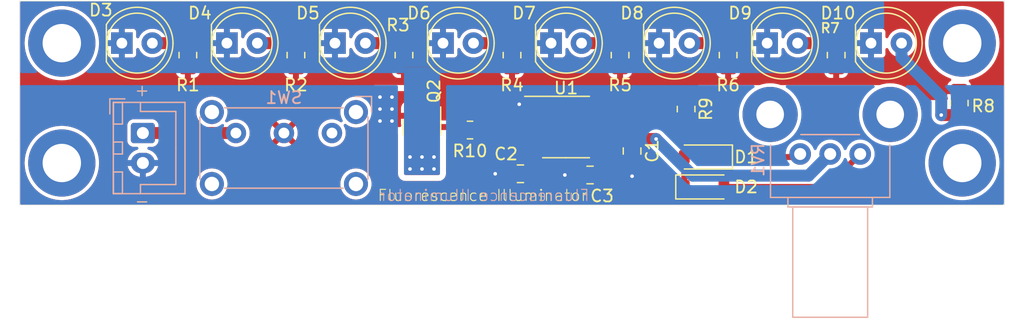
<source format=kicad_pcb>
(kicad_pcb (version 20221018) (generator pcbnew)

  (general
    (thickness 1.6)
  )

  (paper "A4")
  (layers
    (0 "F.Cu" signal)
    (31 "B.Cu" signal)
    (32 "B.Adhes" user "B.Adhesive")
    (33 "F.Adhes" user "F.Adhesive")
    (34 "B.Paste" user)
    (35 "F.Paste" user)
    (36 "B.SilkS" user "B.Silkscreen")
    (37 "F.SilkS" user "F.Silkscreen")
    (38 "B.Mask" user)
    (39 "F.Mask" user)
    (40 "Dwgs.User" user "User.Drawings")
    (41 "Cmts.User" user "User.Comments")
    (42 "Eco1.User" user "User.Eco1")
    (43 "Eco2.User" user "User.Eco2")
    (44 "Edge.Cuts" user)
    (45 "Margin" user)
    (46 "B.CrtYd" user "B.Courtyard")
    (47 "F.CrtYd" user "F.Courtyard")
    (48 "B.Fab" user)
    (49 "F.Fab" user)
    (50 "User.1" user)
    (51 "User.2" user)
    (52 "User.3" user)
    (53 "User.4" user)
    (54 "User.5" user)
    (55 "User.6" user)
    (56 "User.7" user)
    (57 "User.8" user)
    (58 "User.9" user)
  )

  (setup
    (pad_to_mask_clearance 0)
    (aux_axis_origin 107.5 83)
    (grid_origin 107.5 83)
    (pcbplotparams
      (layerselection 0x00010fc_ffffffff)
      (plot_on_all_layers_selection 0x0000000_00000000)
      (disableapertmacros false)
      (usegerberextensions false)
      (usegerberattributes true)
      (usegerberadvancedattributes true)
      (creategerberjobfile true)
      (dashed_line_dash_ratio 12.000000)
      (dashed_line_gap_ratio 3.000000)
      (svgprecision 4)
      (plotframeref false)
      (viasonmask false)
      (mode 1)
      (useauxorigin false)
      (hpglpennumber 1)
      (hpglpenspeed 20)
      (hpglpendiameter 15.000000)
      (dxfpolygonmode true)
      (dxfimperialunits true)
      (dxfusepcbnewfont true)
      (psnegative false)
      (psa4output false)
      (plotreference true)
      (plotvalue true)
      (plotinvisibletext false)
      (sketchpadsonfab false)
      (subtractmaskfromsilk false)
      (outputformat 1)
      (mirror false)
      (drillshape 1)
      (scaleselection 1)
      (outputdirectory "")
    )
  )

  (net 0 "")
  (net 1 "Net-(U1-THR)")
  (net 2 "GND")
  (net 3 "VCC")
  (net 4 "Net-(U1-CV)")
  (net 5 "Net-(D1-K)")
  (net 6 "Net-(D1-A)")
  (net 7 "Net-(D2-A)")
  (net 8 "Net-(D10-K)")
  (net 9 "Net-(D3-A)")
  (net 10 "Net-(D4-A)")
  (net 11 "Net-(D5-A)")
  (net 12 "Net-(D6-A)")
  (net 13 "Net-(D7-A)")
  (net 14 "Net-(D8-A)")
  (net 15 "Net-(D9-A)")
  (net 16 "Net-(D10-A)")
  (net 17 "Net-(J1-Pin_1)")
  (net 18 "Net-(Q2-G)")
  (net 19 "Net-(U1-Q)")
  (net 20 "unconnected-(SW1-A-Pad1)")

  (footprint "MountingHole:MountingHole_3.2mm_M3_DIN965_Pad" (layer "F.Cu") (at 111 96.5))

  (footprint "LED_THT:LED_D5.0mm" (layer "F.Cu") (at 133.75 86.5))

  (footprint "Resistor_SMD:R_0805_2012Metric_Pad1.20x1.40mm_HandSolder" (layer "F.Cu") (at 148.5 87.5 90))

  (footprint "Resistor_SMD:R_0805_2012Metric_Pad1.20x1.40mm_HandSolder" (layer "F.Cu") (at 175.5 87.5 90))

  (footprint "MountingHole:MountingHole_3.2mm_M3_DIN965_Pad" (layer "F.Cu") (at 111 86.5))

  (footprint "LED_THT:LED_D5.0mm" (layer "F.Cu") (at 151.75 86.5))

  (footprint "Capacitor_SMD:C_0805_2012Metric_Pad1.18x1.45mm_HandSolder" (layer "F.Cu") (at 155 97.5 180))

  (footprint "LED_THT:LED_D5.0mm" (layer "F.Cu") (at 169.75 86.5))

  (footprint "LED_THT:LED_D5.0mm" (layer "F.Cu") (at 178.4 86.5))

  (footprint "Resistor_SMD:R_0805_2012Metric_Pad1.20x1.40mm_HandSolder" (layer "F.Cu") (at 163 92 -90))

  (footprint "Resistor_SMD:R_0805_2012Metric_Pad1.20x1.40mm_HandSolder" (layer "F.Cu") (at 130.5 87.5 90))

  (footprint "MountingHole:MountingHole_3.2mm_M3_DIN965_Pad" (layer "F.Cu") (at 186 96.5))

  (footprint "Resistor_SMD:R_0805_2012Metric_Pad1.20x1.40mm_HandSolder" (layer "F.Cu") (at 157.5 87.5 90))

  (footprint "MountingHole:MountingHole_3.2mm_M3_DIN965_Pad" (layer "F.Cu") (at 186 86.5))

  (footprint "LED_THT:LED_D5.0mm" (layer "F.Cu") (at 160.75 86.5))

  (footprint "Resistor_SMD:R_0805_2012Metric_Pad1.20x1.40mm_HandSolder" (layer "F.Cu") (at 121.5 87.5 90))

  (footprint "Diode_SMD:D_SOD-123" (layer "F.Cu") (at 164.5 98.5))

  (footprint "Diode_SMD:D_SOD-123" (layer "F.Cu") (at 164.5 96 180))

  (footprint "Resistor_SMD:R_0805_2012Metric_Pad1.20x1.40mm_HandSolder" (layer "F.Cu") (at 145 93.75))

  (footprint "Resistor_SMD:R_0805_2012Metric_Pad1.20x1.40mm_HandSolder" (layer "F.Cu") (at 139.5 87.5 90))

  (footprint "Capacitor_SMD:C_0805_2012Metric_Pad1.18x1.45mm_HandSolder" (layer "F.Cu") (at 158.5 95.5 -90))

  (footprint "Package_SO:SOIC-8_3.9x4.9mm_P1.27mm" (layer "F.Cu") (at 153 93.5))

  (footprint "Package_TO_SOT_SMD:SOT-23" (layer "F.Cu") (at 141 93.5 -90))

  (footprint "LED_THT:LED_D5.0mm" (layer "F.Cu") (at 124.75 86.5))

  (footprint "LED_THT:LED_D5.0mm" (layer "F.Cu") (at 116 86.5))

  (footprint "Capacitor_SMD:C_0805_2012Metric_Pad1.18x1.45mm_HandSolder" (layer "F.Cu") (at 149.2 97.4 180))

  (footprint "Resistor_SMD:R_0805_2012Metric_Pad1.20x1.40mm_HandSolder" (layer "F.Cu") (at 185.75 91.5 -90))

  (footprint "Resistor_SMD:R_0805_2012Metric_Pad1.20x1.40mm_HandSolder" (layer "F.Cu") (at 166.5 87.5 90))

  (footprint "LED_THT:LED_D5.0mm" (layer "F.Cu") (at 142.75 86.5))

  (footprint "Potentiometer_THT:Potentiometer_Bourns_PTV09A-2_Single_Horizontal" (layer "B.Cu") (at 177.5 95.75 -90))

  (footprint "Button_Switch_THT:SW_E-Switch_EG1224_SPDT_Angled" (layer "B.Cu") (at 133.5 94 180))

  (footprint "Connector_JST:JST_XH_B2B-XH-A_1x02_P2.50mm_Vertical" (layer "B.Cu") (at 117.75 94 -90))

  (gr_line (start 189.5 83) (end 107.5 83)
    (stroke (width 0.05) (type solid)) (layer "Edge.Cuts") (tstamp 1f801ea1-4cac-4389-af00-76517ed895ca))
  (gr_line (start 107.5 100) (end 189.5 100)
    (stroke (width 0.05) (type default)) (layer "Edge.Cuts") (tstamp 429148a5-d1b2-442c-ba03-ee12c3a66844))
  (gr_line (start 189.5 100) (end 189.5 83)
    (stroke (width 0.05) (type solid)) (layer "Edge.Cuts") (tstamp 70d086bf-ea00-4876-bdc3-95b34c3dcf1c))
  (gr_line (start 107.5 83) (end 107.5 100)
    (stroke (width 0.05) (type solid)) (layer "Edge.Cuts") (tstamp b723ef93-218a-4131-9e41-535d6b160074))
  (gr_text "Fluorescence Illuminator" (at 155 99.75) (layer "B.SilkS") (tstamp 02da229c-3b20-4c6d-af15-48ce541c5c5b)
    (effects (font (size 0.93472 0.93472) (thickness 0.08128)) (justify left bottom mirror))
  )
  (gr_text "+" (at 117 91) (layer "B.SilkS") (tstamp 605e4561-8e16-4e01-bd2f-dcbe11e88096)
    (effects (font (size 1 1) (thickness 0.1)) (justify left bottom))
  )
  (gr_text "-" (at 117 100.25) (layer "B.SilkS") (tstamp c003bf11-1be6-4732-8bc1-bf8ad86f4bd2)
    (effects (font (size 1 1) (thickness 0.1)) (justify left bottom))
  )
  (gr_text "-" (at 117 100.25) (layer "F.SilkS") (tstamp 9e5f24db-5f07-4a98-aa8e-f25e8106c1a4)
    (effects (font (size 1 1) (thickness 0.1)) (justify left bottom))
  )
  (gr_text "+" (at 117 91) (layer "F.SilkS") (tstamp a777173b-090e-4784-a1a2-d62eef304c8a)
    (effects (font (size 1 1) (thickness 0.1)) (justify left bottom))
  )
  (gr_text "Fluorescence Illuminator" (at 137.25 99.75) (layer "F.SilkS") (tstamp ad22985e-6919-40f7-8f80-b2e5a7e2b160)
    (effects (font (size 0.93472 0.93472) (thickness 0.08128)) (justify left bottom))
  )

  (segment (start 158.5375 94.5) (end 158.5 94.4625) (width 1) (layer "F.Cu") (net 1) (tstamp 0de82629-fbc1-49c2-ace2-5e942143527b))
  (segment (start 152.539816 92.865) (end 153.809816 94.135) (width 0.5) (layer "F.Cu") (net 1) (tstamp 2de9adfa-9b42-4c69-953b-4634b4d79f21))
  (segment (start 153.809816 94.135) (end 155.475 94.135) (width 0.5) (layer "F.Cu") (net 1) (tstamp 6f72f2f2-e68a-4340-9e85-ce50e6b1e8c4))
  (segment (start 160.5 94.5) (end 158.5375 94.5) (width 1) (layer "F.Cu") (net 1) (tstamp 86d6a6bf-86f3-4dbe-bc30-ea2cc9325a85))
  (segment (start 155.475 94.135) (end 158.1725 94.135) (width 0.5) (layer "F.Cu") (net 1) (tstamp 8997b556-599d-4d54-9ea5-a121f97d7171))
  (segment (start 158.1725 94.135) (end 158.5 94.4625) (width 0.5) (layer "F.Cu") (net 1) (tstamp 8b7e0f51-87f2-4927-868a-e08ea45cab4d))
  (segment (start 150.525 92.865) (end 152.539816 92.865) (width 0.5) (layer "F.Cu") (net 1) (tstamp e950581d-3572-4ced-b976-b5195cbda373))
  (via (at 160.5 94.5) (size 0.6) (drill 0.3) (layers "F.Cu" "B.Cu") (net 1) (tstamp d0b0adef-d076-47aa-9d95-781abaf20c4f))
  (segment (start 163.5524 97.5524) (end 173.1976 97.5524) (width 1) (layer "B.Cu") (net 1) (tstamp 0cc08a1e-a63e-4974-bcf4-218222c20758))
  (segment (start 163.5524 97.5524) (end 160.5 94.5) (width 1) (layer "B.Cu") (net 1) (tstamp 6427048f-bab5-4e84-bbf6-e67150ca0f54))
  (segment (start 173.1976 97.5524) (end 175 95.75) (width 1) (layer "B.Cu") (net 1) (tstamp 93d0d4db-2d7c-46f2-953c-451f001fb039))
  (segment (start 153.9625 97.5) (end 152.9 97.5) (width 0.5) (layer "F.Cu") (net 2) (tstamp 004b46e7-b2d1-4e3b-b03a-b295e7b5b84d))
  (segment (start 150.525 91.595) (end 149.105 91.595) (width 0.5) (layer "F.Cu") (net 2) (tstamp 1690c2c1-3136-4b6e-8132-353114d38e5c))
  (segment (start 149.105 91.595) (end 149.1 91.6) (width 0.5) (layer "F.Cu") (net 2) (tstamp 24ca23d7-4176-4627-b2e4-b59d9e5e4a71))
  (segment (start 148.1625 97.4) (end 147.1 97.4) (width 0.5) (layer "F.Cu") (net 2) (tstamp 5811a052-fc10-464a-81d0-76b44f1c80a6))
  (segment (start 158.5 97.6) (end 158.5 96.5375) (width 1) (layer "F.Cu") (net 2) (tstamp 633a1229-96b8-4d93-9ccc-311d57108a51))
  (via (at 138.5 92) (size 0.6) (drill 0.3) (layers "F.Cu" "B.Cu") (free) (net 2) (tstamp 0cb6b4f2-a6f1-4616-bf3a-d01c1362c7c7))
  (via (at 137.5 93) (size 0.6) (drill 0.3) (layers "F.Cu" "B.Cu") (free) (net 2) (tstamp 44db7b08-d416-4152-8ec0-948a5fadc4d0))
  (via (at 152.9 97.5) (size 0.6) (drill 0.3) (layers "F.Cu" "B.Cu") (net 2) (tstamp 4fb942a7-205c-4a0c-ad4c-7617457417cb))
  (via (at 149.1 91.6) (size 0.6) (drill 0.3) (layers "F.Cu" "B.Cu") (net 2) (tstamp 79ec8958-e160-4de8-9021-641145bc79a9))
  (via (at 158.5 97.6) (size 0.6) (drill 0.3) (layers "F.Cu" "B.Cu") (net 2) (tstamp 959980a0-7b33-43e1-abe2-e8cf033f7fb4))
  (via (at 138.5 91) (size 0.6) (drill 0.3) (layers "F.Cu" "B.Cu") (free) (net 2) (tstamp b5d49cab-09a5-4368-9cca-bf3d07373541))
  (via (at 137.5 91) (size 0.6) (drill 0.3) (layers "F.Cu" "B.Cu") (free) (net 2) (tstamp b65f5c63-ecd9-48f3-95cc-0e89302b1060))
  (via (at 147.1 97.4) (size 0.6) (drill 0.3) (layers "F.Cu" "B.Cu") (net 2) (tstamp bc0ffc11-c063-48f3-8f15-cec0f12e6840))
  (via (at 137.5 92) (size 0.6) (drill 0.3) (layers "F.Cu" "B.Cu") (free) (net 2) (tstamp e944f883-35f0-4476-8862-a79979aa94f7))
  (via (at 138.5 93) (size 0.6) (drill 0.3) (layers "F.Cu" "B.Cu") (free) (net 2) (tstamp f4d18437-2eea-40e0-84ad-7e0701e9c70b))
  (segment (start 150.525 95.405) (end 150.525 97.1125) (width 0.5) (layer "F.Cu") (net 3) (tstamp b668a46f-2aea-4377-83d6-61a316280477))
  (segment (start 150.525 97.1125) (end 150.2375 97.4) (width 0.5) (layer "F.Cu") (net 3) (tstamp d664bfee-b21c-41cc-b374-01edd9ad3996))
  (segment (start 156.0375 96.5375) (end 156.0375 97.5) (width 0.5) (layer "F.Cu") (net 4) (tstamp 9a7827c0-8a82-4228-86dd-befed1c819d9))
  (segment (start 155.475 95.405) (end 155.475 95.975) (width 0.5) (layer "F.Cu") (net 4) (tstamp afb31bab-3c76-4621-8210-aa3fa4d641ae))
  (segment (start 155.475 95.975) (end 156.0375 96.5375) (width 0.5) (layer "F.Cu") (net 4) (tstamp dc8d1fd1-ec54-4b68-943a-1d13408f8e01))
  (segment (start 166.15 96) (end 172.25 96) (width 0.5) (layer "F.Cu") (net 5) (tstamp 2b7e4774-366e-48d3-9c81-76c097c703b9))
  (segment (start 172.25 96) (end 172.5 95.75) (width 0.5) (layer "F.Cu") (net 5) (tstamp 44519f88-b53d-46dc-8202-b580fa35984a))
  (segment (start 155.475 92.865) (end 162.865 92.865) (width 0.5) (layer "F.Cu") (net 6) (tstamp 21f48c0a-2b55-44d9-b698-3ec64805aa5d))
  (segment (start 162.85 95.75) (end 162.85 93.15) (width 0.5) (layer "F.Cu") (net 6) (tstamp 28654777-fd5e-4581-a789-ac3718ca5e43))
  (segment (start 162.85 96) (end 162.85 98.5) (width 0.5) (layer "F.Cu") (net 6) (tstamp 4b506e13-42d2-408f-9bf0-a10eff461c27))
  (segment (start 162.85 93.15) (end 163 93) (width 0.5) (layer "F.Cu") (net 6) (tstamp d701e687-f6a0-4c59-9957-27f0923fc20b))
  (segment (start 177.75 96) (end 177.75 95.75) (width 1) (layer "F.Cu") (net 7) (tstamp 868a57a5-644d-48bc-b6c6-c4864e074e2b))
  (segment (start 174.75 98.5) (end 177.5 95.75) (width 0.5) (layer "F.Cu") (net 7) (tstamp d38979c4-3fab-46ab-9fb2-dfbeec117d90))
  (segment (start 166.15 98.5) (end 174.75 98.5) (width 0.5) (layer "F.Cu") (net 7) (tstamp d3dde368-c8c5-4503-9505-19a8b17bb18e))
  (via (at 140 96) (size 0.6) (drill 0.3) (layers "F.Cu" "B.Cu") (free) (net 8) (tstamp 3ec430d3-205c-45e4-bc83-97aab6e5788a))
  (via (at 141 97) (size 0.6) (drill 0.3) (layers "F.Cu" "B.Cu") (free) (net 8) (tstamp 427a2c1c-0fd7-4249-8e93-fa1a31957846))
  (via (at 142 96) (size 0.6) (drill 0.3) (layers "F.Cu" "B.Cu") (free) (net 8) (tstamp 524c1f9b-61c4-4352-9b8a-a3862a93faf3))
  (via (at 141 96) (size 0.6) (drill 0.3) (layers "F.Cu" "B.Cu") (free) (net 8) (tstamp 8c93d017-61d6-49e2-973a-d77ba08cf514))
  (via (at 140 97) (size 0.6) (drill 0.3) (layers "F.Cu" "B.Cu") (free) (net 8) (tstamp dd37fb29-69d8-4f34-94d4-55c2ed0a3b5b))
  (via (at 142 97) (size 0.6) (drill 0.3) (layers "F.Cu" "B.Cu") (free) (net 8) (tstamp e0a591ea-b8de-42d4-9b5c-22dceb732dee))
  (segment (start 118.54 86.5) (end 121.5 86.5) (width 1) (layer "F.Cu") (net 9) (tstamp f866f9f3-7f6a-4211-9dd0-e6fde57cf7af))
  (segment (start 127.29 86.5) (end 130.5 86.5) (width 1) (layer "F.Cu") (net 10) (tstamp 2d92b1b2-a316-47ef-8dda-606d605eeb4a))
  (segment (start 136.29 86.5) (end 139.5 86.5) (width 1) (layer "F.Cu") (net 11) (tstamp 4fe0cf91-0741-4f05-9250-69ac79757d3a))
  (segment (start 145.29 86.5) (end 148.5 86.5) (width 1) (layer "F.Cu") (net 12) (tstamp d7a8ce0b-0426-4b7c-aa9f-31715e47d9b6))
  (segment (start 154.29 86.5) (end 157.5 86.5) (width 1) (layer "F.Cu") (net 13) (tstamp 11116180-c990-429c-be5b-8eacd22d1430))
  (segment (start 163.29 86.5) (end 166.5 86.5) (width 1) (layer "F.Cu") (net 14) (tstamp 385442b4-0280-49bd-ae86-fab602056bbb))
  (segment (start 172.29 86.5) (end 175.5 86.5) (width 1) (layer "F.Cu") (net 15) (tstamp 2ddf86ba-bcca-4abf-8160-874ebdde1dd1))
  (segment (start 184.25 92.5) (end 185.75 92.5) (width 1) (layer "F.Cu") (net 16) (tstamp 2362bd2b-55f1-404d-a1f9-343f715d1b16))
  (via (at 184.25 92.5) (size 0.6) (drill 0.3) (layers "F.Cu" "B.Cu") (net 16) (tstamp df9dcd1c-ae8e-47d8-8692-271ab8e611d9))
  (segment (start 184.25 92.5) (end 184.25 91) (width 1) (layer "B.Cu") (net 16) (tstamp 10ca2589-fd7b-4891-96f9-971c80806b22))
  (segment (start 184.25 91) (end 180.94 87.69) (width 1) (layer "B.Cu") (net 16) (tstamp 38d45733-9cb1-4f6c-a1e1-4233982828d3))
  (segment (start 180.94 87.69) (end 180.94 86.5) (width 1) (layer "B.Cu") (net 16) (tstamp 44b3b567-6910-4333-9420-179def112a2e))
  (segment (start 117.75 94) (end 125.5 94) (width 1) (layer "F.Cu") (net 17) (tstamp 33295c3f-6ea2-47f2-9d5c-0a2d72246c65))
  (segment (start 141.95 93.2) (end 141.95 92.5625) (width 0.5) (layer "F.Cu") (net 18) (tstamp 0865175d-5254-4764-9ebf-c58bf2ecf3f5))
  (segment (start 144 93.75) (end 143.75 93.5) (width 0.5) (layer "F.Cu") (net 18) (tstamp 58794d1f-bfa8-42a2-a9f1-814bd4f3b334))
  (segment (start 143.75 93.5) (end 142.25 93.5) (width 0.5) (layer "F.Cu") (net 18) (tstamp b2a22905-eb2a-4627-8098-9376193d1759))
  (segment (start 142.25 93.5) (end 141.95 93.2) (width 0.5) (layer "F.Cu") (net 18) (tstamp e3dfee4e-a16c-4976-981d-22c7fd913c31))
  (segment (start 150.525 94.135) (end 146.385 94.135) (width 0.5) (layer "F.Cu") (net 19) (tstamp 267738d0-7e57-454f-86c3-798be97aa69e))
  (segment (start 146.385 94.135) (end 146 93.75) (width 0.5) (layer "F.Cu") (net 19) (tstamp cd583d93-820e-450f-adf1-78afa93ab3be))

  (zone (net 3) (net_name "VCC") (layer "F.Cu") (tstamp b8d25726-a71e-4119-a61b-16203adf0ffb) (hatch edge 0.5)
    (priority 5)
    (connect_pads (clearance 0.3))
    (min_thickness 0.25) (filled_areas_thickness no)
    (fill yes (thermal_gap 0.3) (thermal_bridge_width 0.5))
    (polygon
      (pts
        (xy 107.5 100)
        (xy 107.5 83)
        (xy 189.5 83)
        (xy 189.5 91.25)
        (xy 180.5 91.25)
        (xy 180.5 90)
        (xy 164 90)
        (xy 164 92)
        (xy 151.5 92)
        (xy 151.5 100)
      )
    )
    (filled_polygon
      (layer "F.Cu")
      (pts
        (xy 189.417539 83.045185)
        (xy 189.463294 83.097989)
        (xy 189.4745 83.1495)
        (xy 189.4745 91.126)
        (xy 189.454815 91.193039)
        (xy 189.402011 91.238794)
        (xy 189.3505 91.25)
        (xy 186.815674 91.25)
        (xy 186.748635 91.230315)
        (xy 186.70288 91.177511)
        (xy 186.692936 91.108353)
        (xy 186.70032 91.08051)
        (xy 186.739385 90.981446)
        (xy 186.75 90.893053)
        (xy 186.75 90.75)
        (xy 184.75 90.75)
        (xy 184.75 90.893053)
        (xy 184.760614 90.981446)
        (xy 184.79968 91.08051)
        (xy 184.805962 91.150097)
        (xy 184.773625 91.212033)
        (xy 184.712936 91.246654)
        (xy 184.684326 91.25)
        (xy 182.383254 91.25)
        (xy 182.316215 91.230315)
        (xy 182.277137 91.19015)
        (xy 182.144081 90.970048)
        (xy 182.144078 90.970044)
        (xy 182.144075 90.970039)
        (xy 181.950057 90.722394)
        (xy 181.727605 90.499942)
        (xy 181.47996 90.305924)
        (xy 181.443144 90.283668)
        (xy 181.210721 90.143163)
        (xy 180.923835 90.014046)
        (xy 180.92383 90.014044)
        (xy 180.923827 90.014043)
        (xy 180.923816 90.014039)
        (xy 180.623486 89.920453)
        (xy 180.623482 89.920452)
        (xy 180.623478 89.920451)
        (xy 180.314029 89.863742)
        (xy 180.314028 89.863741)
        (xy 180.314023 89.863741)
        (xy 180 89.844747)
        (xy 179.685976 89.863741)
        (xy 179.685971 89.863742)
        (xy 179.376522 89.920451)
        (xy 179.376519 89.920451)
        (xy 179.376513 89.920453)
        (xy 179.139259 89.994385)
        (xy 179.102369 90)
        (xy 170.897631 90)
        (xy 170.860741 89.994385)
        (xy 170.623486 89.920453)
        (xy 170.623482 89.920452)
        (xy 170.623478 89.920451)
        (xy 170.314029 89.863742)
        (xy 170.314028 89.863741)
        (xy 170.314023 89.863741)
        (xy 170 89.844747)
        (xy 169.685976 89.863741)
        (xy 169.685971 89.863742)
        (xy 169.376522 89.920451)
        (xy 169.376519 89.920451)
        (xy 169.376513 89.920453)
        (xy 169.139259 89.994385)
        (xy 169.102369 90)
        (xy 164 90)
        (xy 164 90.127167)
        (xy 163.980315 90.194206)
        (xy 163.927511 90.239961)
        (xy 163.858353 90.249905)
        (xy 163.801075 90.225971)
        (xy 163.722097 90.16608)
        (xy 163.581443 90.110613)
        (xy 163.493054 90.1)
        (xy 163.25 90.1)
        (xy 163.25 91.126)
        (xy 163.230315 91.193039)
        (xy 163.177511 91.238794)
        (xy 163.126 91.25)
        (xy 162 91.25)
        (xy 162 91.393053)
        (xy 162.010613 91.481443)
        (xy 162.066079 91.622095)
        (xy 162.157436 91.742566)
        (xy 162.203102 91.777196)
        (xy 162.244626 91.833389)
        (xy 162.249177 91.90311)
        (xy 162.215312 91.964224)
        (xy 162.153782 91.997328)
        (xy 162.128177 92)
        (xy 156.862287 92)
        (xy 156.795248 91.980315)
        (xy 156.749493 91.927511)
        (xy 156.739549 91.858353)
        (xy 156.742543 91.846101)
        (xy 156.741762 91.845)
        (xy 154.208238 91.845)
        (xy 154.205462 91.848911)
        (xy 154.208316 91.904825)
        (xy 154.173587 91.965452)
        (xy 154.111593 91.997679)
        (xy 154.087713 92)
        (xy 151.912817 92)
        (xy 151.845778 91.980315)
        (xy 151.800023 91.927511)
        (xy 151.790079 91.858353)
        (xy 151.795776 91.835043)
        (xy 151.796355 91.833389)
        (xy 151.797646 91.829699)
        (xy 151.8005 91.799266)
        (xy 151.8005 91.390734)
        (xy 151.797856 91.362545)
        (xy 151.797646 91.3603)
        (xy 151.797646 91.360298)
        (xy 151.792293 91.345)
        (xy 154.208238 91.345)
        (xy 155.225 91.345)
        (xy 155.225 90.995)
        (xy 155.725 90.995)
        (xy 155.725 91.345)
        (xy 156.741761 91.345)
        (xy 156.702346 91.232354)
        (xy 156.621792 91.123207)
        (xy 156.512645 91.042653)
        (xy 156.384602 90.99785)
        (xy 156.354207 90.995)
        (xy 155.725 90.995)
        (xy 155.225 90.995)
        (xy 154.595803 90.995)
        (xy 154.565393 90.997851)
        (xy 154.437354 91.042653)
        (xy 154.328207 91.123207)
        (xy 154.247653 91.232354)
        (xy 154.208238 91.345)
        (xy 151.792293 91.345)
        (xy 151.757879 91.246654)
        (xy 151.752793 91.232118)
        (xy 151.67215 91.12285)
        (xy 151.562882 91.042207)
        (xy 151.56288 91.042206)
        (xy 151.4347 90.997353)
        (xy 151.40427 90.9945)
        (xy 151.404266 90.9945)
        (xy 149.645734 90.9945)
        (xy 149.64573 90.9945)
        (xy 149.6153 90.997353)
        (xy 149.615298 90.997354)
        (xy 149.500451 91.037541)
        (xy 149.459496 91.0445)
        (xy 149.352752 91.0445)
        (xy 149.305299 91.035061)
        (xy 149.276804 91.023258)
        (xy 149.256762 91.014956)
        (xy 149.25676 91.014955)
        (xy 149.100001 90.994318)
        (xy 149.099999 90.994318)
        (xy 148.943239 91.014955)
        (xy 148.943237 91.014956)
        (xy 148.79716 91.075463)
        (xy 148.671718 91.171718)
        (xy 148.575463 91.29716)
        (xy 148.514956 91.443237)
        (xy 148.514955 91.443239)
        (xy 148.494318 91.599998)
        (xy 148.494318 91.600001)
        (xy 148.514955 91.75676)
        (xy 148.514956 91.756762)
        (xy 148.570268 91.890298)
        (xy 148.575464 91.902841)
        (xy 148.671718 92.028282)
        (xy 148.797159 92.124536)
        (xy 148.943238 92.185044)
        (xy 149.000981 92.192646)
        (xy 149.099999 92.205682)
        (xy 149.1 92.205682)
        (xy 149.100001 92.205682)
        (xy 149.126127 92.202242)
        (xy 149.256762 92.185044)
        (xy 149.256771 92.18504)
        (xy 149.259028 92.184436)
        (xy 149.261019 92.184483)
        (xy 149.26482 92.183983)
        (xy 149.264897 92.184575)
        (xy 149.328878 92.186095)
        (xy 149.386743 92.225255)
        (xy 149.41425 92.289482)
        (xy 149.402667 92.358384)
        (xy 149.378815 92.391884)
        (xy 149.377854 92.392844)
        (xy 149.297207 92.502117)
        (xy 149.297206 92.502119)
        (xy 149.252353 92.630298)
        (xy 149.252353 92.6303)
        (xy 149.2495 92.66073)
        (xy 149.2495 93.069269)
        (xy 149.252353 93.099699)
        (xy 149.252353 93.099701)
        (xy 149.297206 93.22788)
        (xy 149.297207 93.227882)
        (xy 149.37785 93.33715)
        (xy 149.409801 93.360731)
        (xy 149.452051 93.416377)
        (xy 149.45751 93.486033)
        (xy 149.424443 93.547582)
        (xy 149.363349 93.581484)
        (xy 149.336167 93.5845)
        (xy 147.0245 93.5845)
        (xy 146.957461 93.564815)
        (xy 146.911706 93.512011)
        (xy 146.9005 93.4605)
        (xy 146.9005 93.256903)
        (xy 146.9005 93.256898)
        (xy 146.889877 93.168436)
        (xy 146.834361 93.027658)
        (xy 146.83436 93.027657)
        (xy 146.83436 93.027656)
        (xy 146.742922 92.907077)
        (xy 146.622343 92.815639)
        (xy 146.481561 92.760122)
        (xy 146.435926 92.754642)
        (xy 146.393102 92.7495)
        (xy 145.606898 92.7495)
        (xy 145.567853 92.754188)
        (xy 145.518438 92.760122)
        (xy 145.377656 92.815639)
        (xy 145.257077 92.907077)
        (xy 145.165639 93.027656)
        (xy 145.137229 93.099701)
        (xy 145.115353 93.155171)
        (xy 145.072449 93.210314)
        (xy 145.006541 93.233507)
        (xy 144.938556 93.217386)
        (xy 144.89008 93.16707)
        (xy 144.884648 93.155178)
        (xy 144.834361 93.027658)
        (xy 144.83436 93.027657)
        (xy 144.83436 93.027656)
        (xy 144.742922 92.907077)
        (xy 144.622343 92.815639)
        (xy 144.481561 92.760122)
        (xy 144.435926 92.754642)
        (xy 144.393102 92.7495)
        (xy 143.606898 92.7495)
        (xy 143.567853 92.754188)
        (xy 143.518438 92.760122)
        (xy 143.377656 92.815639)
        (xy 143.257082 92.907074)
        (xy 143.251085 92.913072)
        (xy 143.248473 92.91046)
        (xy 143.206198 92.941851)
        (xy 143.16332 92.9495)
        (xy 142.6745 92.9495)
        (xy 142.607461 92.929815)
        (xy 142.561706 92.877011)
        (xy 142.5505 92.8255)
        (xy 142.5505 91.92073)
        (xy 142.547646 91.8903)
        (xy 142.547646 91.890298)
        (xy 142.508069 91.777196)
        (xy 142.502793 91.762118)
        (xy 142.42215 91.65285)
        (xy 142.312882 91.572207)
        (xy 142.31288 91.572206)
        (xy 142.1847 91.527353)
        (xy 142.15427 91.5245)
        (xy 142.154266 91.5245)
        (xy 141.745734 91.5245)
        (xy 141.74573 91.5245)
        (xy 141.7153 91.527353)
        (xy 141.715298 91.527353)
        (xy 141.587119 91.572206)
        (xy 141.587117 91.572207)
        (xy 141.47785 91.65285)
        (xy 141.397207 91.762117)
        (xy 141.397206 91.762119)
        (xy 141.352353 91.890298)
        (xy 141.352353 91.8903)
        (xy 141.3495 91.92073)
        (xy 141.3495 93.204269)
        (xy 141.352353 93.234699)
        (xy 141.352354 93.234704)
        (xy 141.353156 93.236995)
        (xy 141.353247 93.238793)
        (xy 141.353964 93.242073)
        (xy 141.35342 93.242191)
        (xy 141.356713 93.306774)
        (xy 141.32198 93.367399)
        (xy 141.259985 93.399622)
        (xy 141.224537 93.401401)
        (xy 141.204266 93.3995)
        (xy 140.795734 93.3995)
        (xy 140.779852 93.400989)
        (xy 140.775462 93.401401)
        (xy 140.706878 93.38806)
        (xy 140.656394 93.339757)
        (xy 140.640038 93.271829)
        (xy 140.646847 93.236984)
        (xy 140.647646 93.234699)
        (xy 140.6505 93.204269)
        (xy 140.6505 93.138635)
        (xy 140.670185 93.071596)
        (xy 140.680789 93.057431)
        (xy 140.705564 93.028839)
        (xy 140.705567 93.028836)
        (xy 140.765338 92.897959)
        (xy 140.785023 92.83092)
        (xy 140.785024 92.830916)
        (xy 140.8055 92.6885)
        (xy 140.8055 91.722195)
        (xy 140.825185 91.655156)
        (xy 140.835782 91.640998)
        (xy 140.905567 91.560464)
        (xy 140.965338 91.429587)
        (xy 140.985023 91.362548)
        (xy 140.985024 91.362544)
        (xy 141.0055 91.220128)
        (xy 141.0055 90.75)
        (xy 162 90.75)
        (xy 162.75 90.75)
        (xy 162.75 90.1)
        (xy 162.506946 90.1)
        (xy 162.418556 90.110613)
        (xy 162.277904 90.166079)
        (xy 162.157435 90.257435)
        (xy 162.066079 90.377904)
        (xy 162.010613 90.518556)
        (xy 162 90.606946)
        (xy 162 90.75)
        (xy 141.0055 90.75)
        (xy 141.0055 90.624)
        (xy 140.993947 90.516544)
        (xy 140.982741 90.465033)
        (xy 140.982637 90.464722)
        (xy 140.948616 90.362502)
        (xy 140.948613 90.362496)
        (xy 140.89795 90.283664)
        (xy 140.870825 90.241457)
        (xy 140.869529 90.239961)
        (xy 140.825076 90.188659)
        (xy 140.825072 90.188656)
        (xy 140.82507 90.188653)
        (xy 140.716336 90.094433)
        (xy 140.716333 90.094431)
        (xy 140.716331 90.09443)
        (xy 140.585465 90.034664)
        (xy 140.58546 90.034662)
        (xy 140.585459 90.034662)
        (xy 140.51842 90.014977)
        (xy 140.518422 90.014977)
        (xy 140.518417 90.014976)
        (xy 140.456347 90.006052)
        (xy 140.376 89.9945)
        (xy 137.124 89.9945)
        (xy 137.123991 89.9945)
        (xy 137.12399 89.994501)
        (xy 137.016549 90.006052)
        (xy 137.016537 90.006054)
        (xy 136.965027 90.01726)
        (xy 136.862502 90.051383)
        (xy 136.862496 90.051386)
        (xy 136.741462 90.129171)
        (xy 136.741451 90.129179)
        (xy 136.688659 90.174923)
        (xy 136.594433 90.283664)
        (xy 136.59443 90.283668)
        (xy 136.534664 90.414534)
        (xy 136.514976 90.481582)
        (xy 136.509949 90.516549)
        (xy 136.494502 90.62399)
        (xy 136.4945 90.624001)
        (xy 136.4945 91.120536)
        (xy 136.474815 91.187575)
        (xy 136.422011 91.23333)
        (xy 136.352853 91.243274)
        (xy 136.299377 91.222111)
        (xy 136.152734 91.119432)
        (xy 136.152732 91.119431)
        (xy 135.946497 91.023261)
        (xy 135.946488 91.023258)
        (xy 135.726697 90.964366)
        (xy 135.726693 90.964365)
        (xy 135.726692 90.964365)
        (xy 135.726691 90.964364)
        (xy 135.726686 90.964364)
        (xy 135.500002 90.944532)
        (xy 135.499998 90.944532)
        (xy 135.273313 90.964364)
        (xy 135.273302 90.964366)
        (xy 135.053511 91.023258)
        (xy 135.053502 91.023261)
        (xy 134.847267 91.119431)
        (xy 134.847265 91.119432)
        (xy 134.660858 91.249954)
        (xy 134.499954 91.410858)
        (xy 134.369432 91.597265)
        (xy 134.369431 91.597267)
        (xy 134.273261 91.803502)
        (xy 134.273258 91.803511)
        (xy 134.214366 92.023302)
        (xy 134.214364 92.023313)
        (xy 134.194532 92.249998)
        (xy 134.194532 92.250001)
        (xy 134.214364 92.476686)
        (xy 134.214366 92.476697)
        (xy 134.273258 92.696488)
        (xy 134.273261 92.696497)
        (xy 134.349562 92.860123)
        (xy 134.369432 92.902734)
        (xy 134.373507 92.908554)
        (xy 134.395834 92.974759)
        (xy 134.378822 93.042527)
        (xy 134.327873 93.090339)
        (xy 134.259163 93.103016)
        (xy 134.201561 93.080343)
        (xy 134.201176 93.080966)
        (xy 134.197744 93.078841)
        (xy 134.197205 93.078629)
        (xy 134.196309 93.077952)
        (xy 134.015019 92.965702)
        (xy 134.015017 92.965701)
        (xy 133.879164 92.913072)
        (xy 133.816198 92.888679)
        (xy 133.60661 92.8495)
        (xy 133.39339 92.8495)
        (xy 133.183802 92.888679)
        (xy 133.183799 92.888679)
        (xy 133.183799 92.88868)
        (xy 132.984982 92.965701)
        (xy 132.98498 92.965702)
        (xy 132.803699 93.077947)
        (xy 132.646127 93.221593)
        (xy 132.517632 93.391746)
        (xy 132.422596 93.582605)
        (xy 132.422596 93.582607)
        (xy 132.364244 93.787689)
        (xy 132.362053 93.81134)
        (xy 132.344571 94)
        (xy 132.364244 94.21231)
        (xy 132.422544 94.417211)
        (xy 132.422596 94.417392)
        (xy 132.422596 94.417394)
        (xy 132.517632 94.608253)
        (xy 132.613726 94.7355)
        (xy 132.646128 94.778407)
        (xy 132.803698 94.922052)
        (xy 132.984981 95.034298)
        (xy 133.183802 95.111321)
        (xy 133.39339 95.1505)
        (xy 133.393392 95.1505)
        (xy 133.606608 95.1505)
        (xy 133.60661 95.1505)
        (xy 133.816198 95.111321)
        (xy 134.015019 95.034298)
        (xy 134.196302 94.922052)
        (xy 134.353872 94.778407)
        (xy 134.482366 94.608255)
        (xy 134.527751 94.517109)
        (xy 134.577403 94.417394)
        (xy 134.577403 94.417393)
        (xy 134.577405 94.417389)
        (xy 134.635756 94.21231)
        (xy 134.655429 94)
        (xy 134.635756 93.78769)
        (xy 134.577405 93.582611)
        (xy 134.577403 93.582606)
        (xy 134.577403 93.582605)
        (xy 134.495889 93.418902)
        (xy 134.483628 93.350117)
        (xy 134.510501 93.285622)
        (xy 134.567977 93.245894)
        (xy 134.637808 93.243548)
        (xy 134.678011 93.262055)
        (xy 134.847266 93.380568)
        (xy 135.053504 93.476739)
        (xy 135.053509 93.47674)
        (xy 135.053511 93.476741)
        (xy 135.08819 93.486033)
        (xy 135.273308 93.535635)
        (xy 135.409863 93.547582)
        (xy 135.499998 93.555468)
        (xy 135.5 93.555468)
        (xy 135.500002 93.555468)
        (xy 135.562499 93.55)
        (xy 135.726692 93.535635)
        (xy 135.946496 93.476739)
        (xy 136.152734 93.380568)
        (xy 136.299385 93.277882)
        (xy 136.36559 93.255556)
        (xy 136.433357 93.272566)
        (xy 136.48117 93.323514)
        (xy 136.494328 93.372805)
        (xy 136.494499 93.375993)
        (xy 136.506052 93.48345)
        (xy 136.506054 93.483462)
        (xy 136.51726 93.534972)
        (xy 136.551383 93.637497)
        (xy 136.551386 93.637503)
        (xy 136.629171 93.758537)
        (xy 136.629179 93.758548)
        (xy 136.674923 93.81134)
        (xy 136.674926 93.811343)
        (xy 136.67493 93.811347)
        (xy 136.783664 93.905567)
        (xy 136.783667 93.905568)
        (xy 136.783668 93.905569)
        (xy 136.83877 93.930734)
        (xy 136.914541 93.965338)
        (xy 136.98158 93.985023)
        (xy 136.981584 93.985024)
        (xy 137.124 94.0055)
        (xy 138.8705 94.0055)
        (xy 138.937539 94.025185)
        (xy 138.983294 94.077989)
        (xy 138.9945 94.1295)
        (xy 138.9945 97.376)
        (xy 138.994501 97.376009)
        (xy 139.006052 97.48345)
        (xy 139.006054 97.483462)
        (xy 139.01726 97.534972)
        (xy 139.051383 97.637497)
        (xy 139.051386 97.637503)
        (xy 139.129171 97.758537)
        (xy 139.129179 97.758548)
        (xy 139.174923 97.81134)
        (xy 139.174926 97.811343)
        (xy 139.17493 97.811347)
        (xy 139.283664 97.905567)
        (xy 139.283667 97.905568)
        (xy 139.283668 97.905569)
        (xy 139.379909 97.949522)
        (xy 139.414541 97.965338)
        (xy 139.48158 97.985023)
        (xy 139.481584 97.985024)
        (xy 139.624 98.0055)
        (xy 139.624003 98.0055)
        (xy 142.37599 98.0055)
        (xy 142.376 98.0055)
        (xy 142.483456 97.993947)
        (xy 142.534967 97.982741)
        (xy 142.569197 97.971347)
        (xy 142.637497 97.948616)
        (xy 142.637501 97.948613)
        (xy 142.637504 97.948613)
        (xy 142.758543 97.870825)
        (xy 142.811347 97.82507)
        (xy 142.905567 97.716336)
        (xy 142.965338 97.585459)
        (xy 142.985023 97.51842)
        (xy 142.985024 97.518416)
        (xy 143.002049 97.400001)
        (xy 146.494318 97.400001)
        (xy 146.514955 97.55676)
        (xy 146.514956 97.556762)
        (xy 146.55881 97.662636)
        (xy 146.575464 97.702841)
        (xy 146.671718 97.828282)
        (xy 146.797159 97.924536)
        (xy 146.943238 97.985044)
        (xy 147.1 98.005682)
        (xy 147.179644 97.995196)
        (xy 147.248676 98.005961)
        (xy 147.300932 98.05234)
        (xy 147.311181 98.072644)
        (xy 147.340638 98.147341)
        (xy 147.432077 98.267922)
        (xy 147.552656 98.35936)
        (xy 147.552657 98.35936)
        (xy 147.552658 98.359361)
        (xy 147.693436 98.414877)
        (xy 147.781898 98.4255)
        (xy 147.781903 98.4255)
        (xy 148.543097 98.4255)
        (xy 148.543102 98.4255)
        (xy 148.631564 98.414877)
        (xy 148.772342 98.359361)
        (xy 148.892922 98.267922)
        (xy 148.984361 98.147342)
        (xy 149.039877 98.006564)
        (xy 149.0505 97.918102)
        (xy 149.0505 97.65)
        (xy 149.35 97.65)
        (xy 149.35 97.918053)
        (xy 149.360613 98.006443)
        (xy 149.416079 98.147095)
        (xy 149.507435 98.267564)
        (xy 149.627904 98.35892)
        (xy 149.768556 98.414386)
        (xy 149.856946 98.425)
        (xy 149.9875 98.425)
        (xy 149.9875 97.65)
        (xy 150.4875 97.65)
        (xy 150.4875 98.425)
        (xy 150.618054 98.425)
        (xy 150.706443 98.414386)
        (xy 150.847095 98.35892)
        (xy 150.967564 98.267564)
        (xy 151.05892 98.147095)
        (xy 151.114386 98.006443)
        (xy 151.125 97.918053)
        (xy 151.125 97.65)
        (xy 150.4875 97.65)
        (xy 149.9875 97.65)
        (xy 149.35 97.65)
        (xy 149.0505 97.65)
        (xy 149.0505 97.15)
        (xy 149.35 97.15)
        (xy 149.9875 97.15)
        (xy 149.9875 96.375)
        (xy 150.4875 96.375)
        (xy 150.4875 97.15)
        (xy 151.125 97.15)
        (xy 151.125 96.881946)
        (xy 151.114386 96.793556)
        (xy 151.05892 96.652904)
        (xy 150.967564 96.532435)
        (xy 150.847095 96.441079)
        (xy 150.706443 96.385613)
        (xy 150.618054 96.375)
        (xy 150.4875 96.375)
        (xy 149.9875 96.375)
        (xy 149.856946 96.375)
        (xy 149.768556 96.385613)
        (xy 149.627904 96.441079)
        (xy 149.507435 96.532435)
        (xy 149.416079 96.652904)
        (xy 149.360613 96.793556)
        (xy 149.35 96.881946)
        (xy 149.35 97.15)
        (xy 149.0505 97.15)
        (xy 149.0505 96.881898)
        (xy 149.039877 96.793436)
        (xy 148.984361 96.652658)
        (xy 148.98436 96.652657)
        (xy 148.98436 96.652656)
        (xy 148.892922 96.532077)
        (xy 148.772343 96.440639)
        (xy 148.663137 96.397574)
        (xy 148.631564 96.385123)
        (xy 148.631563 96.385122)
        (xy 148.631561 96.385122)
        (xy 148.585926 96.379642)
        (xy 148.543102 96.3745)
        (xy 147.781898 96.3745)
        (xy 147.742853 96.379188)
        (xy 147.693438 96.385122)
        (xy 147.552656 96.440639)
        (xy 147.432077 96.532077)
        (xy 147.340638 96.652658)
        (xy 147.311181 96.727355)
        (xy 147.268275 96.782499)
        (xy 147.202367 96.805691)
        (xy 147.179642 96.804803)
        (xy 147.100001 96.794318)
        (xy 147.099999 96.794318)
        (xy 146.943239 96.814955)
        (xy 146.943237 96.814956)
        (xy 146.79716 96.875463)
        (xy 146.671718 96.971718)
        (xy 146.575463 97.09716)
        (xy 146.514956 97.243237)
        (xy 146.514955 97.243239)
        (xy 146.494318 97.399998)
        (xy 146.494318 97.400001)
        (xy 143.002049 97.400001)
        (xy 143.0055 97.376)
        (xy 143.0055 95.655)
        (xy 149.258238 95.655)
        (xy 149.297653 95.767645)
        (xy 149.378207 95.876792)
        (xy 149.487354 95.957346)
        (xy 149.615397 96.002149)
        (xy 149.645792 96.004999)
        (xy 150.274999 96.004999)
        (xy 150.275 96.004998)
        (xy 150.275 95.655)
        (xy 149.258238 95.655)
        (xy 143.0055 95.655)
        (xy 143.0055 94.629903)
        (xy 143.025185 94.562864)
        (xy 143.077989 94.517109)
        (xy 143.147147 94.507165)
        (xy 143.210703 94.53619)
        (xy 143.228304 94.554978)
        (xy 143.257077 94.592922)
        (xy 143.377656 94.68436)
        (xy 143.377657 94.68436)
        (xy 143.377658 94.684361)
        (xy 143.518436 94.739877)
        (xy 143.606898 94.7505)
        (xy 143.606903 94.7505)
        (xy 144.393097 94.7505)
        (xy 144.393102 94.7505)
        (xy 144.481564 94.739877)
        (xy 144.622342 94.684361)
        (xy 144.742922 94.592922)
        (xy 144.834361 94.472342)
        (xy 144.884646 94.344826)
        (xy 144.927551 94.289685)
        (xy 144.993459 94.266492)
        (xy 145.061443 94.282612)
        (xy 145.10992 94.332929)
        (xy 145.115348 94.344814)
        (xy 145.14397 94.417394)
        (xy 145.165639 94.472343)
        (xy 145.257077 94.592922)
        (xy 145.377656 94.68436)
        (xy 145.377657 94.68436)
        (xy 145.377658 94.684361)
        (xy 145.518436 94.739877)
        (xy 145.606898 94.7505)
        (xy 145.606903 94.7505)
        (xy 146.393097 94.7505)
        (xy 146.393102 94.7505)
        (xy 146.481564 94.739877)
        (xy 146.59753 94.694145)
        (xy 146.643019 94.6855)
        (xy 149.337008 94.6855)
        (xy 149.404047 94.705185)
        (xy 149.449802 94.757989)
        (xy 149.459746 94.827147)
        (xy 149.430721 94.890703)
        (xy 149.410642 94.90927)
        (xy 149.378207 94.933207)
        (xy 149.297653 95.042354)
        (xy 149.258238 95.155)
        (xy 150.651 95.155)
        (xy 150.718039 95.174685)
        (xy 150.763794 95.227489)
        (xy 150.775 95.279)
        (xy 150.775 96.004999)
        (xy 151.376 96.004999)
        (xy 151.443039 96.024684)
        (xy 151.488794 96.077488)
        (xy 151.5 96.128999)
        (xy 151.5 99.8505)
        (xy 151.480315 99.917539)
        (xy 151.427511 99.963294)
        (xy 151.376 99.9745)
        (xy 107.6495 99.9745)
        (xy 107.582461 99.954815)
        (xy 107.536706 99.902011)
        (xy 107.5255 99.8505)
        (xy 107.5255 96.5)
        (xy 107.894615 96.5)
        (xy 107.91414 96.847688)
        (xy 107.914142 96.8477)
        (xy 107.972472 97.191009)
        (xy 107.972474 97.191017)
        (xy 107.987519 97.243238)
        (xy 108.068879 97.525644)
        (xy 108.161778 97.749922)
        (xy 108.194235 97.828281)
        (xy 108.202145 97.847376)
        (xy 108.370595 98.152164)
        (xy 108.572112 98.436176)
        (xy 108.804161 98.695839)
        (xy 109.063824 98.927888)
        (xy 109.347836 99.129405)
        (xy 109.652624 99.297855)
        (xy 109.974356 99.431121)
        (xy 110.308987 99.527527)
        (xy 110.652307 99.585859)
        (xy 111 99.605385)
        (xy 111.347693 99.585859)
        (xy 111.691013 99.527527)
        (xy 112.025644 99.431121)
        (xy 112.347376 99.297855)
        (xy 112.652164 99.129405)
        (xy 112.936176 98.927888)
        (xy 113.195839 98.695839)
        (xy 113.427888 98.436176)
        (xy 113.559986 98.250001)
        (xy 122.194532 98.250001)
        (xy 122.214364 98.476686)
        (xy 122.214366 98.476697)
        (xy 122.273258 98.696488)
        (xy 122.273261 98.696497)
        (xy 122.369431 98.902732)
        (xy 122.369432 98.902734)
        (xy 122.499954 99.089141)
        (xy 122.660858 99.250045)
        (xy 122.660861 99.250047)
        (xy 122.847266 99.380568)
        (xy 123.053504 99.476739)
        (xy 123.273308 99.535635)
        (xy 123.43523 99.549801)
        (xy 123.499998 99.555468)
        (xy 123.5 99.555468)
        (xy 123.500002 99.555468)
        (xy 123.556673 99.550509)
        (xy 123.726692 99.535635)
        (xy 123.946496 99.476739)
        (xy 124.152734 99.380568)
        (xy 124.339139 99.250047)
        (xy 124.500047 99.089139)
        (xy 124.630568 98.902734)
        (xy 124.726739 98.696496)
        (xy 124.785635 98.476692)
        (xy 124.805468 98.250001)
        (xy 134.194532 98.250001)
        (xy 134.214364 98.476686)
        (xy 134.214366 98.476697)
        (xy 134.273258 98.696488)
        (xy 134.273261 98.696497)
        (xy 134.369431 98.902732)
        (xy 134.369432 98.902734)
        (xy 134.499954 99.089141)
        (xy 134.660858 99.250045)
        (xy 134.660861 99.250047)
        (xy 134.847266 99.380568)
        (xy 135.053504 99.476739)
        (xy 135.273308 99.535635)
        (xy 135.43523 99.549801)
        (xy 135.499998 99.555468)
        (xy 135.5 99.555468)
        (xy 135.500002 99.555468)
        (xy 135.556673 99.550509)
        (xy 135.726692 99.535635)
        (xy 135.946496 99.476739)
        (xy 136.152734 99.380568)
        (xy 136.339139 99.250047)
        (xy 136.500047 99.089139)
        (xy 136.630568 98.902734)
        (xy 136.726739 98.696496)
        (xy 136.785635 98.476692)
        (xy 136.805468 98.25)
        (xy 136.805235 98.247342)
        (xy 136.796487 98.147343)
        (xy 136.785635 98.023308)
        (xy 136.726739 97.803504)
        (xy 136.630568 97.597266)
        (xy 136.500047 97.410861)
        (xy 136.500045 97.410858)
        (xy 136.339141 97.249954)
        (xy 136.152734 97.119432)
        (xy 136.152732 97.119431)
        (xy 135.946497 97.023261)
        (xy 135.946488 97.023258)
        (xy 135.726697 96.964366)
        (xy 135.726693 96.964365)
        (xy 135.726692 96.964365)
        (xy 135.726691 96.964364)
        (xy 135.726686 96.964364)
        (xy 135.500002 96.944532)
        (xy 135.499998 96.944532)
        (xy 135.273313 96.964364)
        (xy 135.273302 96.964366)
        (xy 135.053511 97.023258)
        (xy 135.053502 97.023261)
        (xy 134.847267 97.119431)
        (xy 134.847265 97.119432)
        (xy 134.660858 97.249954)
        (xy 134.499954 97.410858)
        (xy 134.369432 97.597265)
        (xy 134.369431 97.597267)
        (xy 134.273261 97.803502)
        (xy 134.273258 97.803511)
        (xy 134.214366 98.023302)
        (xy 134.214364 98.023313)
        (xy 134.194532 98.249998)
        (xy 134.194532 98.250001)
        (xy 124.805468 98.250001)
        (xy 124.805468 98.25)
        (xy 124.805235 98.247342)
        (xy 124.796487 98.147343)
        (xy 124.785635 98.023308)
        (xy 124.726739 97.803504)
        (xy 124.630568 97.597266)
        (xy 124.500047 97.410861)
        (xy 124.500045 97.410858)
        (xy 124.339141 97.249954)
        (xy 124.152734 97.119432)
        (xy 124.152732 97.119431)
        (xy 123.946497 97.023261)
        (xy 123.946488 97.023258)
        (xy 123.726697 96.964366)
        (xy 123.726693 96.964365)
        (xy 123.726692 96.964365)
        (xy 123.726691 96.964364)
        (xy 123.726686 96.964364)
        (xy 123.500002 96.944532)
        (xy 123.499998 96.944532)
        (xy 123.273313 96.964364)
        (xy 123.273302 96.964366)
        (xy 123.053511 97.023258)
        (xy 123.053502 97.023261)
        (xy 122.847267 97.119431)
        (xy 122.847265 97.119432)
        (xy 122.660858 97.249954)
        (xy 122.499954 97.410858)
        (xy 122.369432 97.597265)
        (xy 122.369431 97.597267)
        (xy 122.273261 97.803502)
        (xy 122.273258 97.803511)
        (xy 122.214366 98.023302)
        (xy 122.214364 98.023313)
        (xy 122.194532 98.249998)
        (xy 122.194532 98.250001)
        (xy 113.559986 98.250001)
        (xy 113.629405 98.152164)
        (xy 113.797855 97.847376)
        (xy 113.931121 97.525644)
        (xy 114.027527 97.191013)
        (xy 114.085859 96.847693)
        (xy 114.099398 96.60661)
        (xy 116.4495 96.60661)
        (xy 116.488679 96.816198)
        (xy 116.52487 96.909618)
        (xy 116.562426 97.006564)
        (xy 116.565702 97.015019)
        (xy 116.677948 97.196302)
        (xy 116.811899 97.343238)
        (xy 116.821593 97.353872)
        (xy 116.991746 97.482367)
        (xy 117.182606 97.577403)
        (xy 117.182608 97.577403)
        (xy 117.182611 97.577405)
        (xy 117.38769 97.635756)
        (xy 117.546806 97.6505)
        (xy 117.54681 97.6505)
        (xy 117.95319 97.6505)
        (xy 117.953194 97.6505)
        (xy 118.11231 97.635756)
        (xy 118.317389 97.577405)
        (xy 118.317393 97.577403)
        (xy 118.317394 97.577403)
        (xy 118.508253 97.482367)
        (xy 118.508253 97.482366)
        (xy 118.508255 97.482366)
        (xy 118.678407 97.353872)
        (xy 118.822052 97.196302)
        (xy 118.934298 97.015019)
        (xy 119.011321 96.816198)
        (xy 119.0505 96.60661)
        (xy 119.0505 96.39339)
        (xy 119.011321 96.183802)
        (xy 118.934298 95.984981)
        (xy 118.822052 95.803698)
        (xy 118.678407 95.646128)
        (xy 118.669894 95.639699)
        (xy 118.508253 95.517632)
        (xy 118.317393 95.422596)
        (xy 118.216067 95.393766)
        (xy 118.156974 95.356486)
        (xy 118.127417 95.293177)
        (xy 118.136779 95.223937)
        (xy 118.182089 95.170751)
        (xy 118.248961 95.150504)
        (xy 118.250002 95.1505)
        (xy 118.543097 95.1505)
        (xy 118.543102 95.1505)
        (xy 118.631564 95.139877)
        (xy 118.772342 95.084361)
        (xy 118.892922 94.992922)
        (xy 118.984361 94.872342)
        (xy 118.984362 94.872338)
        (xy 118.988519 94.864948)
        (xy 118.991412 94.866574)
        (xy 119.024617 94.823881)
        (xy 119.09052 94.800674)
        (xy 119.097086 94.8005)
        (xy 124.622324 94.8005)
        (xy 124.689363 94.820185)
        (xy 124.705862 94.832863)
        (xy 124.76931 94.890703)
        (xy 124.803698 94.922052)
        (xy 124.984981 95.034298)
        (xy 125.183802 95.111321)
        (xy 125.39339 95.1505)
        (xy 125.393392 95.1505)
        (xy 125.606608 95.1505)
        (xy 125.60661 95.1505)
        (xy 125.816198 95.111321)
        (xy 126.015019 95.034298)
        (xy 126.196302 94.922052)
        (xy 126.353872 94.778407)
        (xy 126.482366 94.608255)
        (xy 126.527751 94.517109)
        (xy 126.577403 94.417394)
        (xy 126.577403 94.417393)
        (xy 126.577405 94.417389)
        (xy 126.635756 94.21231)
        (xy 126.655429 94)
        (xy 128.345073 94)
        (xy 128.364737 94.212216)
        (xy 128.364738 94.212219)
        (xy 128.423058 94.417196)
        (xy 128.423064 94.417211)
        (xy 128.518061 94.607991)
        (xy 128.518064 94.607996)
        (xy 128.526836 94.61961)
        (xy 129.05555 94.090896)
        (xy 129.056327 94.101265)
        (xy 129.105887 94.227541)
        (xy 129.190465 94.333599)
        (xy 129.302547 94.410016)
        (xy 129.410299 94.443252)
        (xy 128.882991 94.970559)
        (xy 128.985204 95.033847)
        (xy 128.985208 95.033849)
        (xy 129.183936 95.110836)
        (xy 129.183941 95.110837)
        (xy 129.393439 95.15)
        (xy 129.606561 95.15)
        (xy 129.816058 95.110837)
        (xy 129.816063 95.110836)
        (xy 130.014791 95.033849)
        (xy 130.014798 95.033846)
        (xy 130.117006 94.97056)
        (xy 130.117006 94.970559)
        (xy 129.588232 94.441784)
        (xy 129.634138 94.434865)
        (xy 129.756357 94.376007)
        (xy 129.855798 94.28374)
        (xy 129.923625 94.16626)
        (xy 129.941499 94.087946)
        (xy 130.473162 94.619609)
        (xy 130.473163 94.619609)
        (xy 130.48194 94.607988)
        (xy 130.481942 94.607985)
        (xy 130.576933 94.417216)
        (xy 130.576941 94.417196)
        (xy 130.635261 94.212219)
        (xy 130.635262 94.212216)
        (xy 130.654927 94)
        (xy 130.654927 93.999999)
        (xy 130.635262 93.787783)
        (xy 130.635261 93.78778)
        (xy 130.576941 93.582803)
        (xy 130.576933 93.582783)
        (xy 130.481942 93.392014)
        (xy 130.481937 93.392006)
        (xy 130.473163 93.380389)
        (xy 129.944449 93.909102)
        (xy 129.943673 93.898735)
        (xy 129.894113 93.772459)
        (xy 129.809535 93.666401)
        (xy 129.697453 93.589984)
        (xy 129.5897 93.556747)
        (xy 130.117007 93.029439)
        (xy 130.014793 92.966151)
        (xy 130.014789 92.966149)
        (xy 129.816063 92.889163)
        (xy 129.816058 92.889162)
        (xy 129.606561 92.85)
        (xy 129.393439 92.85)
        (xy 129.183941 92.889162)
        (xy 129.183936 92.889163)
        (xy 128.98521 92.966149)
        (xy 128.985201 92.966154)
        (xy 128.882992 93.029438)
        (xy 128.882991 93.029439)
        (xy 129.411768 93.558215)
        (xy 129.365862 93.565135)
        (xy 129.243643 93.623993)
        (xy 129.144202 93.71626)
        (xy 129.076375 93.83374)
        (xy 129.0585 93.912052)
        (xy 128.526836 93.380388)
        (xy 128.518059 93.39201)
        (xy 128.423066 93.582783)
        (xy 128.423058 93.582803)
        (xy 128.364738 93.78778)
        (xy 128.364737 93.787783)
        (xy 128.345073 93.999999)
        (xy 128.345073 94)
        (xy 126.655429 94)
        (xy 126.635756 93.78769)
        (xy 126.577405 93.582611)
        (xy 126.577403 93.582606)
        (xy 126.577403 93.582605)
        (xy 126.482367 93.391746)
        (xy 126.353872 93.221593)
        (xy 126.3415 93.210314)
        (xy 126.196302 93.077948)
        (xy 126.015019 92.965702)
        (xy 126.015017 92.965701)
        (xy 125.879164 92.913072)
        (xy 125.816198 92.888679)
        (xy 125.60661 92.8495)
        (xy 125.39339 92.8495)
        (xy 125.183802 92.888679)
        (xy 125.183799 92.888679)
        (xy 125.183799 92.88868)
        (xy 124.984982 92.965701)
        (xy 124.98498 92.965702)
        (xy 124.803692 93.077951)
        (xy 124.802786 93.078636)
        (xy 124.802276 93.078828)
        (xy 124.798824 93.080966)
        (xy 124.798405 93.08029)
        (xy 124.737422 93.103322)
        (xy 124.669089 93.08875)
        (xy 124.619481 93.039548)
        (xy 124.604349 92.971337)
        (xy 124.626495 92.90855)
        (xy 124.630568 92.902734)
        (xy 124.726739 92.696496)
        (xy 124.785635 92.476692)
        (xy 124.805468 92.25)
        (xy 124.785635 92.023308)
        (xy 124.726739 91.803504)
        (xy 124.630568 91.597266)
        (xy 124.500047 91.410861)
        (xy 124.500045 91.410858)
        (xy 124.339141 91.249954)
        (xy 124.152734 91.119432)
        (xy 124.152732 91.119431)
        (xy 123.946497 91.023261)
        (xy 123.946488 91.023258)
        (xy 123.726697 90.964366)
        (xy 123.726693 90.964365)
        (xy 123.726692 90.964365)
        (xy 123.726691 90.964364)
        (xy 123.726686 90.964364)
        (xy 123.500002 90.944532)
        (xy 123.499998 90.944532)
        (xy 123.273313 90.964364)
        (xy 123.273302 90.964366)
        (xy 123.053511 91.023258)
        (xy 123.053502 91.023261)
        (xy 122.847267 91.119431)
        (xy 122.847265 91.119432)
        (xy 122.660858 91.249954)
        (xy 122.499954 91.410858)
        (xy 122.369432 91.597265)
        (xy 122.369431 91.597267)
        (xy 122.273261 91.803502)
        (xy 122.273258 91.803511)
        (xy 122.214366 92.023302)
        (xy 122.214364 92.023313)
        (xy 122.194532 92.249998)
        (xy 122.194532 92.250001)
        (xy 122.214364 92.476686)
        (xy 122.214366 92.476697)
        (xy 122.273258 92.696488)
        (xy 122.273261 92.696497)
        (xy 122.349562 92.860123)
        (xy 122.369432 92.902734)
        (xy 122.413835 92.966149)
        (xy 122.440603 93.004377)
        (xy 122.46293 93.070583)
        (xy 122.44592 93.13835)
        (xy 122.394972 93.186163)
        (xy 122.339028 93.1995)
        (xy 119.097086 93.1995)
        (xy 119.030047 93.179815)
        (xy 118.990361 93.134015)
        (xy 118.988519 93.135052)
        (xy 118.984361 93.127658)
        (xy 118.892922 93.007077)
        (xy 118.772343 92.915639)
        (xy 118.631561 92.860122)
        (xy 118.585926 92.854642)
        (xy 118.543102 92.8495)
        (xy 116.956898 92.8495)
        (xy 116.917853 92.854188)
        (xy 116.868438 92.860122)
        (xy 116.727656 92.915639)
        (xy 116.607077 93.007077)
        (xy 116.515639 93.127656)
        (xy 116.460122 93.268438)
        (xy 116.455519 93.306774)
        (xy 116.4495 93.356898)
        (xy 116.4495 94.643102)
        (xy 116.454455 94.684361)
        (xy 116.460122 94.731561)
        (xy 116.460122 94.731563)
        (xy 116.460123 94.731564)
        (xy 116.470544 94.757989)
        (xy 116.515639 94.872343)
        (xy 116.607077 94.992922)
        (xy 116.727656 95.08436)
        (xy 116.727657 95.08436)
        (xy 116.727658 95.084361)
        (xy 116.868436 95.139877)
        (xy 116.956898 95.1505)
        (xy 116.956903 95.1505)
        (xy 117.249998 95.1505)
        (xy 117.317037 95.170185)
        (xy 117.362792 95.222989)
        (xy 117.372736 95.292147)
        (xy 117.343711 95.355703)
        (xy 117.284933 95.393477)
        (xy 117.283933 95.393766)
        (xy 117.182607 95.422596)
        (xy 117.182605 95.422596)
        (xy 116.991746 95.517632)
        (xy 116.821593 95.646127)
        (xy 116.677947 95.803699)
        (xy 116.565702 95.98498)
        (xy 116.565701 95.984982)
        (xy 116.48868 96.183799)
        (xy 116.488679 96.183802)
        (xy 116.4495 96.39339)
        (xy 116.4495 96.60661)
        (xy 114.099398 96.60661)
        (xy 114.105385 96.5)
        (xy 114.085859 96.152307)
        (xy 114.027527 95.808987)
        (xy 113.931121 95.474356)
        (xy 113.797855 95.152624)
        (xy 113.629405 94.847836)
        (xy 113.427888 94.563824)
        (xy 113.195839 94.304161)
        (xy 112.936176 94.072112)
        (xy 112.652164 93.870595)
        (xy 112.347376 93.702145)
        (xy 112.34099 93.6995)
        (xy 112.280741 93.674544)
        (xy 112.025644 93.568879)
        (xy 111.824281 93.510867)
        (xy 111.691017 93.472474)
        (xy 111.691009 93.472472)
        (xy 111.3477 93.414142)
        (xy 111.347688 93.41414)
        (xy 111 93.394615)
        (xy 110.652311 93.41414)
        (xy 110.652299 93.414142)
        (xy 110.30899 93.472472)
        (xy 110.308982 93.472474)
        (xy 109.974359 93.568878)
        (xy 109.974356 93.568879)
        (xy 109.884477 93.606108)
        (xy 109.652625 93.702144)
        (xy 109.347835 93.870595)
        (xy 109.186563 93.985024)
        (xy 109.063824 94.072112)
        (xy 108.804161 94.304161)
        (xy 108.572112 94.563824)
        (xy 108.53253 94.61961)
        (xy 108.370595 94.847835)
        (xy 108.202144 95.152625)
        (xy 108.068878 95.474359)
        (xy 107.972474 95.808982)
        (xy 107.972472 95.80899)
        (xy 107.914142 96.152299)
        (xy 107.91414 96.152311)
        (xy 107.894615 96.5)
        (xy 107.5255 96.5)
        (xy 107.5255 86.5)
        (xy 107.894615 86.5)
        (xy 107.91414 86.847688)
        (xy 107.914142 86.8477)
        (xy 107.962903 87.134691)
        (xy 107.972473 87.191013)
        (xy 108.068879 87.525644)
        (xy 108.202145 87.847376)
        (xy 108.370595 88.152164)
        (xy 108.572112 88.436176)
        (xy 108.804161 88.695839)
        (xy 109.063824 88.927888)
        (xy 109.347836 89.129405)
        (xy 109.652624 89.297855)
        (xy 109.974356 89.431121)
        (xy 110.308987 89.527527)
        (xy 110.652307 89.585859)
        (xy 111 89.605385)
        (xy 111.347693 89.585859)
        (xy 111.691013 89.527527)
        (xy 112.025644 89.431121)
        (xy 112.347376 89.297855)
        (xy 112.652164 89.129405)
        (xy 112.936176 88.927888)
        (xy 113.135233 88.75)
        (xy 120.5 88.75)
        (xy 120.5 88.893053)
        (xy 120.510613 88.981443)
        (xy 120.566079 89.122095)
        (xy 120.657435 89.242564)
        (xy 120.777904 89.33392)
        (xy 120.918556 89.389386)
        (xy 121.006946 89.4)
        (xy 121.25 89.4)
        (xy 121.25 88.75)
        (xy 121.75 88.75)
        (xy 121.75 89.4)
        (xy 121.993054 89.4)
        (xy 122.081443 89.389386)
        (xy 122.222095 89.33392)
        (xy 122.342564 89.242564)
        (xy 122.43392 89.122095)
        (xy 122.489386 88.981443)
        (xy 122.5 88.893053)
        (xy 122.5 88.75)
        (xy 129.5 88.75)
        (xy 129.5 88.893053)
        (xy 129.510613 88.981443)
        (xy 129.566079 89.122095)
        (xy 129.657435 89.242564)
        (xy 129.777904 89.33392)
        (xy 129.918556 89.389386)
        (xy 130.006946 89.4)
        (xy 130.25 89.4)
        (xy 130.25 88.75)
        (xy 130.75 88.75)
        (xy 130.75 89.4)
        (xy 130.993054 89.4)
        (xy 131.081443 89.389386)
        (xy 131.222095 89.33392)
        (xy 131.342564 89.242564)
        (xy 131.43392 89.122095)
        (xy 131.489386 88.981443)
        (xy 131.5 88.893053)
        (xy 131.5 88.75)
        (xy 138.5 88.75)
        (xy 138.5 88.893053)
        (xy 138.510613 88.981443)
        (xy 138.566079 89.122095)
        (xy 138.657435 89.242564)
        (xy 138.777904 89.33392)
        (xy 138.918556 89.389386)
        (xy 139.006946 89.4)
        (xy 139.25 89.4)
        (xy 139.25 88.75)
        (xy 139.75 88.75)
        (xy 139.75 89.4)
        (xy 139.993054 89.4)
        (xy 140.081443 89.389386)
        (xy 140.222095 89.33392)
        (xy 140.342564 89.242564)
        (xy 140.43392 89.122095)
        (xy 140.489386 88.981443)
        (xy 140.5 88.893053)
        (xy 140.5 88.75)
        (xy 147.5 88.75)
        (xy 147.5 88.893053)
        (xy 147.510613 88.981443)
        (xy 147.566079 89.122095)
        (xy 147.657435 89.242564)
        (xy 147.777904 89.33392)
        (xy 147.918556 89.389386)
        (xy 148.006946 89.4)
        (xy 148.25 89.4)
        (xy 148.25 88.75)
        (xy 148.75 88.75)
        (xy 148.75 89.4)
        (xy 148.993054 89.4)
        (xy 149.081443 89.389386)
        (xy 149.222095 89.33392)
        (xy 149.342564 89.242564)
        (xy 149.43392 89.122095)
        (xy 149.489386 88.981443)
        (xy 149.5 88.893053)
        (xy 149.5 88.75)
        (xy 156.5 88.75)
        (xy 156.5 88.893053)
        (xy 156.510613 88.981443)
        (xy 156.566079 89.122095)
        (xy 156.657435 89.242564)
        (xy 156.777904 89.33392)
        (xy 156.918556 89.389386)
        (xy 157.006946 89.4)
        (xy 157.25 89.4)
        (xy 157.25 88.75)
        (xy 157.75 88.75)
        (xy 157.75 89.4)
        (xy 157.993054 89.4)
        (xy 158.081443 89.389386)
        (xy 158.222095 89.33392)
        (xy 158.342564 89.242564)
        (xy 158.43392 89.122095)
        (xy 158.489386 88.981443)
        (xy 158.5 88.893053)
        (xy 158.5 88.75)
        (xy 165.5 88.75)
        (xy 165.5 88.893053)
        (xy 165.510613 88.981443)
        (xy 165.566079 89.122095)
        (xy 165.657435 89.242564)
        (xy 165.777904 89.33392)
        (xy 165.918556 89.389386)
        (xy 166.006946 89.4)
        (xy 166.25 89.4)
        (xy 166.25 88.75)
        (xy 166.75 88.75)
        (xy 166.75 89.4)
        (xy 166.993054 89.4)
        (xy 167.081443 89.389386)
        (xy 167.222095 89.33392)
        (xy 167.342564 89.242564)
        (xy 167.43392 89.122095)
        (xy 167.489386 88.981443)
        (xy 167.5 88.893053)
        (xy 167.5 88.75)
        (xy 174.5 88.75)
        (xy 174.5 88.893053)
        (xy 174.510613 88.981443)
        (xy 174.566079 89.122095)
        (xy 174.657435 89.242564)
        (xy 174.777904 89.33392)
        (xy 174.918556 89.389386)
        (xy 175.006946 89.4)
        (xy 175.25 89.4)
        (xy 175.25 88.75)
        (xy 175.75 88.75)
        (xy 175.75 89.4)
        (xy 175.993054 89.4)
        (xy 176.081443 89.389386)
        (xy 176.222095 89.33392)
        (xy 176.342564 89.242564)
        (xy 176.43392 89.122095)
        (xy 176.489386 88.981443)
        (xy 176.5 88.893053)
        (xy 176.5 88.75)
        (xy 175.75 88.75)
        (xy 175.25 88.75)
        (xy 174.5 88.75)
        (xy 167.5 88.75)
        (xy 166.75 88.75)
        (xy 166.25 88.75)
        (xy 165.5 88.75)
        (xy 158.5 88.75)
        (xy 157.75 88.75)
        (xy 157.25 88.75)
        (xy 156.5 88.75)
        (xy 149.5 88.75)
        (xy 148.75 88.75)
        (xy 148.25 88.75)
        (xy 147.5 88.75)
        (xy 140.5 88.75)
        (xy 139.75 88.75)
        (xy 139.25 88.75)
        (xy 138.5 88.75)
        (xy 131.5 88.75)
        (xy 130.75 88.75)
        (xy 130.25 88.75)
        (xy 129.5 88.75)
        (xy 122.5 88.75)
        (xy 121.75 88.75)
        (xy 121.25 88.75)
        (xy 120.5 88.75)
        (xy 113.135233 88.75)
        (xy 113.195839 88.695839)
        (xy 113.427888 88.436176)
        (xy 113.629405 88.152164)
        (xy 113.797855 87.847376)
        (xy 113.931121 87.525644)
        (xy 113.954396 87.444856)
        (xy 114.7995 87.444856)
        (xy 114.799502 87.444882)
        (xy 114.802413 87.469987)
        (xy 114.802415 87.469991)
        (xy 114.847793 87.572764)
        (xy 114.847794 87.572765)
        (xy 114.927235 87.652206)
        (xy 115.030009 87.697585)
        (xy 115.055135 87.7005)
        (xy 116.944864 87.700499)
        (xy 116.944879 87.700497)
        (xy 116.944882 87.700497)
        (xy 116.969987 87.697586)
        (xy 116.969988 87.697585)
        (xy 116.969991 87.697585)
        (xy 117.072765 87.652206)
        (xy 117.152206 87.572765)
        (xy 117.197585 87.469991)
        (xy 117.2005 87.444865)
        (xy 117.200499 87.030418)
        (xy 117.220183 86.963382)
        (xy 117.272987 86.917627)
        (xy 117.342146 86.907683)
        (xy 117.405702 86.936708)
        (xy 117.435499 86.975149)
        (xy 117.514938 87.134683)
        (xy 117.514943 87.134691)
        (xy 117.64902 87.312238)
        (xy 117.813437 87.462123)
        (xy 117.813439 87.462125)
        (xy 118.002595 87.579245)
        (xy 118.002596 87.579245)
        (xy 118.002599 87.579247)
        (xy 118.21006 87.659618)
        (xy 118.428757 87.7005)
        (xy 118.428759 87.7005)
        (xy 118.651241 87.7005)
        (xy 118.651243 87.7005)
        (xy 118.86994 87.659618)
        (xy 119.077401 87.579247)
        (xy 119.266562 87.462124)
        (xy 119.408355 87.332861)
        (xy 119.471157 87.302246)
        (xy 119.491892 87.3005)
        (xy 120.691307 87.3005)
        (xy 120.758346 87.320185)
        (xy 120.766225 87.325691)
        (xy 120.777658 87.334361)
        (xy 120.905853 87.384915)
        (xy 120.960995 87.427819)
        (xy 120.984189 87.493726)
        (xy 120.968069 87.561711)
        (xy 120.917752 87.610188)
        (xy 120.905853 87.615622)
        (xy 120.777906 87.666078)
        (xy 120.657435 87.757435)
        (xy 120.566079 87.877904)
        (xy 120.510613 88.018556)
        (xy 120.5 88.106946)
        (xy 120.5 88.25)
        (xy 122.5 88.25)
        (xy 122.5 88.106946)
        (xy 122.489386 88.018556)
        (xy 122.43392 87.877904)
        (xy 122.342564 87.757435)
        (xy 122.222093 87.666078)
        (xy 122.222091 87.666077)
        (xy 122.094147 87.615622)
        (xy 122.039003 87.572716)
        (xy 122.01581 87.506809)
        (xy 122.030501 87.444856)
        (xy 123.5495 87.444856)
        (xy 123.549502 87.444882)
        (xy 123.552413 87.469987)
        (xy 123.552415 87.469991)
        (xy 123.597793 87.572764)
        (xy 123.597794 87.572765)
        (xy 123.677235 87.652206)
        (xy 123.780009 87.697585)
        (xy 123.805135 87.7005)
        (xy 125.694864 87.700499)
        (xy 125.694879 87.700497)
        (xy 125.694882 87.700497)
        (xy 125.719987 87.697586)
        (xy 125.719988 87.697585)
        (xy 125.719991 87.697585)
        (xy 125.822765 87.652206)
        (xy 125.902206 87.572765)
        (xy 125.947585 87.469991)
        (xy 125.9505 87.444865)
        (xy 125.950499 87.030418)
        (xy 125.970183 86.963382)
        (xy 126.022987 86.917627)
        (xy 126.092146 86.907683)
        (xy 126.155702 86.936708)
        (xy 126.185499 86.975149)
        (xy 126.264938 87.134683)
        (xy 126.264943 87.134691)
        (xy 126.39902 87.312238)
        (xy 126.563437 87.462123)
        (xy 126.563439 87.462125)
        (xy 126.752595 87.579245)
        (xy 126.752596 87.579245)
        (xy 126.752599 87.579247)
        (xy 126.96006 87.659618)
        (xy 127.178757 87.7005)
        (xy 127.178759 87.7005)
        (xy 127.401241 87.7005)
        (xy 127.401243 87.7005)
        (xy 127.61994 87.659618)
        (xy 127.827401 87.579247)
        (xy 128.016562 87.462124)
        (xy 128.158355 87.332861)
        (xy 128.221157 87.302246)
        (xy 128.241892 87.3005)
        (xy 129.691307 87.3005)
        (xy 129.758346 87.320185)
        (xy 129.766225 87.325691)
        (xy 129.777658 87.334361)
        (xy 129.905853 87.384915)
        (xy 129.960995 87.427819)
        (xy 129.984189 87.493726)
        (xy 129.968069 87.561711)
        (xy 129.917752 87.610188)
        (xy 129.905853 87.615622)
        (xy 129.777906 87.666078)
        (xy 129.657435 87.757435)
        (xy 129.566079 87.877904)
        (xy 129.510613 88.018556)
        (xy 129.5 88.106946)
        (xy 129.5 88.25)
        (xy 131.5 88.25)
        (xy 131.5 88.106946)
        (xy 131.489386 88.018556)
        (xy 131.43392 87.877904)
        (xy 131.342564 87.757435)
        (xy 131.222093 87.666078)
        (xy 131.222091 87.666077)
        (xy 131.094147 87.615622)
        (xy 131.039003 87.572716)
        (xy 131.01581 87.506809)
        (xy 131.030501 87.444856)
        (xy 132.5495 87.444856)
        (xy 132.549502 87.444882)
        (xy 132.552413 87.469987)
        (xy 132.552415 87.469991)
        (xy 132.597793 87.572764)
        (xy 132.597794 87.572765)
        (xy 132.677235 87.652206)
        (xy 132.780009 87.697585)
        (xy 132.805135 87.7005)
        (xy 134.694864 87.700499)
        (xy 134.694879 87.700497)
        (xy 134.694882 87.700497)
        (xy 134.719987 87.697586)
        (xy 134.719988 87.697585)
        (xy 134.719991 87.697585)
        (xy 134.822765 87.652206)
        (xy 134.902206 87.572765)
        (xy 134.947585 87.469991)
        (xy 134.9505 87.444865)
        (xy 134.950499 87.030418)
        (xy 134.970183 86.963382)
        (xy 135.022987 86.917627)
        (xy 135.092146 86.907683)
        (xy 135.155702 86.936708)
        (xy 135.185499 86.975149)
        (xy 135.264938 87.134683)
        (xy 135.264943 87.134691)
        (xy 135.39902 87.312238)
        (xy 135.563437 87.462123)
        (xy 135.563439 87.462125)
        (xy 135.752595 87.579245)
        (xy 135.752596 87.579245)
        (xy 135.752599 87.579247)
        (xy 135.96006 87.659618)
        (xy 136.178757 87.7005)
        (xy 136.178759 87.7005)
        (xy 136.401241 87.7005)
        (xy 136.401243 87.7005)
        (xy 136.61994 87.659618)
        (xy 136.827401 87.579247)
        (xy 137.016562 87.462124)
        (xy 137.158355 87.332861)
        (xy 137.221157 87.302246)
        (xy 137.241892 87.3005)
        (xy 138.691307 87.3005)
        (xy 138.758346 87.320185)
        (xy 138.766225 87.325691)
        (xy 138.777658 87.334361)
        (xy 138.905853 87.384915)
        (xy 138.960995 87.427819)
        (xy 138.984189 87.493726)
        (xy 138.968069 87.561711)
        (xy 138.917752 87.610188)
        (xy 138.905853 87.615622)
        (xy 138.777906 87.666078)
        (xy 138.657435 87.757435)
        (xy 138.566079 87.877904)
        (xy 138.510613 88.018556)
        (xy 138.5 88.106946)
        (xy 138.5 88.25)
        (xy 140.5 88.25)
        (xy 140.5 88.106946)
        (xy 140.489386 88.018556)
        (xy 140.43392 87.877904)
        (xy 140.342564 87.757435)
        (xy 140.222093 87.666078)
        (xy 140.222091 87.666077)
        (xy 140.094147 87.615622)
        (xy 140.039003 87.572716)
        (xy 140.01581 87.506809)
        (xy 140.030501 87.444856)
        (xy 141.5495 87.444856)
        (xy 141.549502 87.444882)
        (xy 141.552413 87.469987)
        (xy 141.552415 87.469991)
        (xy 141.597793 87.572764)
        (xy 141.597794 87.572765)
        (xy 141.677235 87.652206)
        (xy 141.780009 87.697585)
        (xy 141.805135 87.7005)
        (xy 143.694864 87.700499)
        (xy 143.694879 87.700497)
        (xy 143.694882 87.700497)
        (xy 143.719987 87.697586)
        (xy 143.719988 87.697585)
        (xy 143.719991 87.697585)
        (xy 143.822765 87.652206)
        (xy 143.902206 87.572765)
        (xy 143.947585 87.469991)
        (xy 143.9505 87.444865)
        (xy 143.950499 87.030418)
        (xy 143.970183 86.963382)
        (xy 144.022987 86.917627)
        (xy 144.092146 86.907683)
        (xy 144.155702 86.936708)
        (xy 144.185499 86.975149)
        (xy 144.264938 87.134683)
        (xy 144.264943 87.134691)
        (xy 144.39902 87.312238)
        (xy 144.563437 87.462123)
        (xy 144.563439 87.462125)
        (xy 144.752595 87.579245)
        (xy 144.752596 87.579245)
        (xy 144.752599 87.579247)
        (xy 144.96006 87.659618)
        (xy 145.178757 87.7005)
        (xy 145.178759 87.7005)
        (xy 145.401241 87.7005)
        (xy 145.401243 87.7005)
        (xy 145.61994 87.659618)
        (xy 145.827401 87.579247)
        (xy 146.016562 87.462124)
        (xy 146.158355 87.332861)
        (xy 146.221157 87.302246)
        (xy 146.241892 87.3005)
        (xy 147.691307 87.3005)
        (xy 147.758346 87.320185)
        (xy 147.766225 87.325691)
        (xy 147.777658 87.334361)
        (xy 147.905853 87.384915)
        (xy 147.960995 87.427819)
        (xy 147.984189 87.493726)
        (xy 147.968069 87.561711)
        (xy 147.917752 87.610188)
        (xy 147.905853 87.615622)
        (xy 147.777906 87.666078)
        (xy 147.657435 87.757435)
        (xy 147.566079 87.877904)
        (xy 147.510613 88.018556)
        (xy 147.5 88.106946)
        (xy 147.5 88.25)
        (xy 149.5 88.25)
        (xy 149.5 88.106946)
        (xy 149.489386 88.018556)
        (xy 149.43392 87.877904)
        (xy 149.342564 87.757435)
        (xy 149.222093 87.666078)
        (xy 149.222091 87.666077)
        (xy 149.094147 87.615622)
        (xy 149.039003 87.572716)
        (xy 149.01581 87.506809)
        (xy 149.030501 87.444856)
        (xy 150.5495 87.444856)
        (xy 150.549502 87.444882)
        (xy 150.552413 87.469987)
        (xy 150.552415 87.469991)
        (xy 150.597793 87.572764)
        (xy 150.597794 87.572765)
        (xy 150.677235 87.652206)
        (xy 150.780009 87.697585)
        (xy 150.805135 87.7005)
        (xy 152.694864 87.700499)
        (xy 152.694879 87.700497)
        (xy 152.694882 87.700497)
        (xy 152.719987 87.697586)
        (xy 152.719988 87.697585)
        (xy 152.719991 87.697585)
        (xy 152.822765 87.652206)
        (xy 152.902206 87.572765)
        (xy 152.947585 87.469991)
        (xy 152.9505 87.444865)
        (xy 152.950499 87.030418)
        (xy 152.970183 86.963382)
        (xy 153.022987 86.917627)
        (xy 153.092146 86.907683)
        (xy 153.155702 86.936708)
        (xy 153.185499 86.975149)
        (xy 153.264938 87.134683)
        (xy 153.264943 87.134691)
        (xy 153.39902 87.312238)
        (xy 153.563437 87.462123)
        (xy 153.563439 87.462125)
        (xy 153.752595 87.579245)
        (xy 153.752596 87.579245)
        (xy 153.752599 87.579247)
        (xy 153.96006 87.659618)
        (xy 154.178757 87.7005)
        (xy 154.178759 87.7005)
        (xy 154.401241 87.7005)
        (xy 154.401243 87.7005)
        (xy 154.61994 87.659618)
        (xy 154.827401 87.579247)
        (xy 155.016562 87.462124)
        (xy 155.158355 87.332861)
        (xy 155.221157 87.302246)
        (xy 155.241892 87.3005)
        (xy 156.691307 87.3005)
        (xy 156.758346 87.320185)
        (xy 156.766225 87.325691)
        (xy 156.777658 87.334361)
        (xy 156.905853 87.384915)
        (xy 156.960995 87.427819)
        (xy 156.984189 87.493726)
        (xy 156.968069 87.561711)
        (xy 156.917752 87.610188)
        (xy 156.905853 87.615622)
        (xy 156.777906 87.666078)
        (xy 156.657435 87.757435)
        (xy 156.566079 87.877904)
        (xy 156.510613 88.018556)
        (xy 156.5 88.106946)
        (xy 156.5 88.25)
        (xy 158.5 88.25)
        (xy 158.5 88.106946)
        (xy 158.489386 88.018556)
        (xy 158.43392 87.877904)
        (xy 158.342564 87.757435)
        (xy 158.222093 87.666078)
        (xy 158.222091 87.666077)
        (xy 158.094147 87.615622)
        (xy 158.039003 87.572716)
        (xy 158.01581 87.506809)
        (xy 158.030501 87.444856)
        (xy 159.5495 87.444856)
        (xy 159.549502 87.444882)
        (xy 159.552413 87.469987)
        (xy 159.552415 87.469991)
        (xy 159.597793 87.572764)
        (xy 159.597794 87.572765)
        (xy 159.677235 87.652206)
        (xy 159.780009 87.697585)
        (xy 159.805135 87.7005)
        (xy 161.694864 87.700499)
        (xy 161.694879 87.700497)
        (xy 161.694882 87.700497)
        (xy 161.719987 87.697586)
        (xy 161.719988 87.697585)
        (xy 161.719991 87.697585)
        (xy 161.822765 87.652206)
        (xy 161.902206 87.572765)
        (xy 161.947585 87.469991)
        (xy 161.9505 87.444865)
        (xy 161.950499 87.030418)
        (xy 161.970183 86.963382)
        (xy 162.022987 86.917627)
        (xy 162.092146 86.907683)
        (xy 162.155702 86.936708)
        (xy 162.185499 86.975149)
        (xy 162.264938 87.134683)
        (xy 162.264943 87.134691)
        (xy 162.39902 87.312238)
        (xy 162.563437 87.462123)
        (xy 162.563439 87.462125)
        (xy 162.752595 87.579245)
        (xy 162.752596 87.579245)
        (xy 162.752599 87.579247)
        (xy 162.96006 87.659618)
        (xy 163.178757 87.7005)
        (xy 163.178759 87.7005)
        (xy 163.401241 87.7005)
        (xy 163.401243 87.7005)
        (xy 163.61994 87.659618)
        (xy 163.827401 87.579247)
        (xy 164.016562 87.462124)
        (xy 164.158355 87.332861)
        (xy 164.221157 87.302246)
        (xy 164.241892 87.3005)
        (xy 165.691307 87.3005)
        (xy 165.758346 87.320185)
        (xy 165.766225 87.325691)
        (xy 165.777658 87.334361)
        (xy 165.905853 87.384915)
        (xy 165.960995 87.427819)
        (xy 165.984189 87.493726)
        (xy 165.968069 87.561711)
        (xy 165.917752 87.610188)
        (xy 165.905853 87.615622)
        (xy 165.777906 87.666078)
        (xy 165.657435 87.757435)
        (xy 165.566079 87.877904)
        (xy 165.510613 88.018556)
        (xy 165.5 88.106946)
        (xy 165.5 88.25)
        (xy 167.5 88.25)
        (xy 167.5 88.106946)
        (xy 167.489386 88.018556)
        (xy 167.43392 87.877904)
        (xy 167.342564 87.757435)
        (xy 167.222093 87.666078)
        (xy 167.222091 87.666077)
        (xy 167.094147 87.615622)
        (xy 167.039003 87.572716)
        (xy 167.01581 87.506809)
        (xy 167.030501 87.444856)
        (xy 168.5495 87.444856)
        (xy 168.549502 87.444882)
        (xy 168.552413 87.469987)
        (xy 168.552415 87.469991)
        (xy 168.597793 87.572764)
        (xy 168.597794 87.572765)
        (xy 168.677235 87.652206)
        (xy 168.780009 87.697585)
        (xy 168.805135 87.7005)
        (xy 170.694864 87.700499)
        (xy 170.694879 87.700497)
        (xy 170.694882 87.700497)
        (xy 170.719987 87.697586)
        (xy 170.719988 87.697585)
        (xy 170.719991 87.697585)
        (xy 170.822765 87.652206)
        (xy 170.902206 87.572765)
        (xy 170.947585 87.469991)
        (xy 170.9505 87.444865)
        (xy 170.950499 87.030418)
        (xy 170.970183 86.963382)
        (xy 171.022987 86.917627)
        (xy 171.092146 86.907683)
        (xy 171.155702 86.936708)
        (xy 171.185499 86.975149)
        (xy 171.264938 87.134683)
        (xy 171.264943 87.134691)
        (xy 171.39902 87.312238)
        (xy 171.563437 87.462123)
        (xy 171.563439 87.462125)
        (xy 171.752595 87.579245)
        (xy 171.752596 87.579245)
        (xy 171.752599 87.579247)
        (xy 171.96006 87.659618)
        (xy 172.178757 87.7005)
        (xy 172.178759 87.7005)
        (xy 172.401241 87.7005)
        (xy 172.401243 87.7005)
        (xy 172.61994 87.659618)
        (xy 172.827401 87.579247)
        (xy 173.016562 87.462124)
        (xy 173.158355 87.332861)
        (xy 173.221157 87.302246)
        (xy 173.241892 87.3005)
        (xy 174.691307 87.3005)
        (xy 174.758346 87.320185)
        (xy 174.766225 87.325691)
        (xy 174.777658 87.334361)
        (xy 174.905853 87.384915)
        (xy 174.960995 87.427819)
        (xy 174.984189 87.493726)
        (xy 174.968069 87.561711)
        (xy 174.917752 87.610188)
        (xy 174.905853 87.615622)
        (xy 174.777906 87.666078)
        (xy 174.657435 87.757435)
        (xy 174.566079 87.877904)
        (xy 174.510613 88.018556)
        (xy 174.5 88.106946)
        (xy 174.5 88.25)
        (xy 176.5 88.25)
        (xy 176.5 88.106946)
        (xy 176.489386 88.018556)
        (xy 176.43392 87.877904)
        (xy 176.342564 87.757435)
        (xy 176.222093 87.666078)
        (xy 176.222091 87.666077)
        (xy 176.094147 87.615622)
        (xy 176.039003 87.572716)
        (xy 176.01581 87.506809)
        (xy 176.030501 87.444856)
        (xy 177.1995 87.444856)
        (xy 177.199502 87.444882)
        (xy 177.202413 87.469987)
        (xy 177.202415 87.469991)
        (xy 177.247793 87.572764)
        (xy 177.247794 87.572765)
        (xy 177.327235 87.652206)
        (xy 177.430009 87.697585)
        (xy 177.455135 87.7005)
        (xy 179.344864 87.700499)
        (xy 179.344879 87.700497)
        (xy 179.344882 87.700497)
        (xy 179.369987 87.697586)
        (xy 179.369988 87.697585)
        (xy 179.369991 87.697585)
        (xy 179.472765 87.652206)
        (xy 179.552206 87.572765)
        (xy 179.597585 87.469991)
        (xy 179.6005 87.444865)
        (xy 179.600499 87.030418)
        (xy 179.620183 86.963382)
        (xy 179.672987 86.917627)
        (xy 179.742146 86.907683)
        (xy 179.805702 86.936708)
        (xy 179.835499 86.975149)
        (xy 179.914938 87.134683)
        (xy 179.914943 87.134691)
        (xy 180.04902 87.312238)
        (xy 180.213437 87.462123)
        (xy 180.213439 87.462125)
        (xy 180.402595 87.579245)
      
... [107191 chars truncated]
</source>
